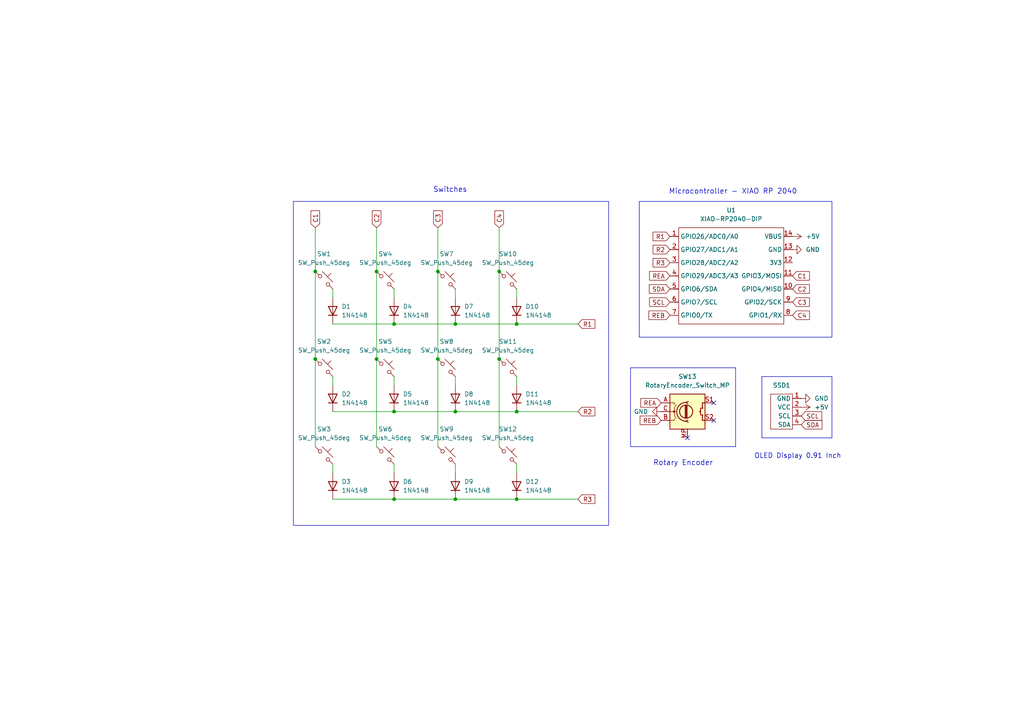
<source format=kicad_sch>
(kicad_sch (version 20250114) (generator "eeschema") (generator_version "9.0")
  (paper "A4")
  (title_block (title "Hackclub Raster") (date "2025-12-14") (rev "1") (comment 1 "it also has a rotary encoder and a 0.91 inch OLED screen") (comment 2 "it has 12 keys in a 4x3 setup") (comment 3 "This model is called Raster") (comment 4 "This is my Hackpad"))
  (lib_symbols
    (symbol "Device:RotaryEncoder_Switch_MP" (pin_names (offset 0.254) (hide yes))
      (property "Reference" "SW" (at 0 8.89 0))
      (property "Value" "RotaryEncoder_Switch_MP" (at 0 6.35 0))
      (symbol "RotaryEncoder_Switch_MP_0_1"
        (rectangle (start -5.08 5.08) (end 5.08 -5.08) (stroke (width 0.254)) (fill (type background)))
        (polyline (pts (xy -5.08 2.54) (xy -3.81 2.54) (xy -3.81 2.032)))
        (polyline (pts (xy -5.08 0) (xy -3.81 0) (xy -3.81 -1.016) (xy -3.302 -2.032)))
        (polyline (pts (xy -5.08 -2.54) (xy -3.81 -2.54) (xy -3.81 -2.032)))
        (polyline (pts (xy -4.318 0) (xy -3.81 0) (xy -3.81 1.016) (xy -3.302 2.032)))
        (circle (center -3.81 0) (radius 0.254) (fill (type outline)))
        (polyline (pts (xy -0.635 -1.778) (xy -0.635 1.778)) (stroke (width 0.254)))
        (circle (center -0.381 0) (radius 1.905) (stroke (width 0.254)))
        (polyline (pts (xy -0.381 -1.778) (xy -0.381 1.778)) (stroke (width 0.254)))
        (arc (start -0.381 -2.794) (mid -3.0988 -0.0635) (end -0.381 2.667) (stroke (width 0.254)))
        (polyline (pts (xy -0.127 1.778) (xy -0.127 -1.778)) (stroke (width 0.254)))
        (polyline (pts (xy 0.254 2.921) (xy -0.508 2.667) (xy 0.127 2.286)) (stroke (width 0.254)))
        (polyline (pts (xy 0.254 -3.048) (xy -0.508 -2.794) (xy 0.127 -2.413)) (stroke (width 0.254)))
        (polyline (pts (xy 3.81 1.016) (xy 3.81 -1.016)) (stroke (width 0.254)))
        (polyline (pts (xy 3.81 0) (xy 3.429 0)) (stroke (width 0.254)))
        (circle (center 4.318 1.016) (radius 0.127) (stroke (width 0.254)))
        (circle (center 4.318 -1.016) (radius 0.127) (stroke (width 0.254)))
        (polyline (pts (xy 5.08 2.54) (xy 4.318 2.54) (xy 4.318 1.016)) (stroke (width 0.254)))
        (polyline (pts (xy 5.08 -2.54) (xy 4.318 -2.54) (xy 4.318 -1.016)) (stroke (width 0.254)))
      )
      (symbol "RotaryEncoder_Switch_MP_1_1"
        (pin passive line (at -7.62 2.54 0) (length 2.54) (name "A") (number "A"))
        (pin passive line (at -7.62 0 0) (length 2.54) (name "C") (number "C"))
        (pin passive line (at -7.62 -2.54 0) (length 2.54) (name "B") (number "B"))
        (pin passive line (at 0 -7.62 90) (length 2.54) (name "MP") (number "MP"))
        (pin passive line (at 7.62 2.54 180) (length 2.54) (name "S1") (number "S1"))
        (pin passive line (at 7.62 -2.54 180) (length 2.54) (name "S2") (number "S2"))
      )
    )
    (symbol "Diode:1N4148" (pin_numbers (hide yes)) (pin_names (hide yes))
      (property "Reference" "D" (at 0 2.54 0))
      (property "Value" "1N4148" (at 0 -2.54 0))
      (symbol "1N4148_0_1"
        (polyline (pts (xy -1.27 1.27) (xy -1.27 -1.27)) (stroke (width 0.254)))
        (polyline (pts (xy 1.27 1.27) (xy 1.27 -1.27) (xy -1.27 0) (xy 1.27 1.27)) (stroke (width 0.254)))
        (polyline (pts (xy 1.27 0) (xy -1.27 0)))
      )
      (symbol "1N4148_1_1"
        (pin passive line (at -3.81 0 0) (length 2.54) (name "K") (number "1"))
        (pin passive line (at 3.81 0 180) (length 2.54) (name "A") (number "2"))
      )
    )
    (symbol "SSD-1306-0.91inch OLED:SSD_1306"
      (property "Reference" "SSD1306" (at 3.556 1.524 0))
      (symbol "SSD_1306_0_1"
        (rectangle (start 0 0) (end 6.35 -10.16))
      )
      (symbol "SSD_1306_1_1"
        (pin input line (at 8.89 -1.27 180) (length 2.54) (name "GND") (number "1"))
        (pin input line (at 8.89 -3.81 180) (length 2.54) (name "VCC") (number "2"))
        (pin input line (at 8.89 -6.35 180) (length 2.54) (name "SCL") (number "3"))
        (pin input line (at 8.89 -8.89 180) (length 2.54) (name "SDA") (number "4"))
      )
    )
    (symbol "Seeed_Studio_XIAO_series:XIAO-RP2040-DIP"
      (property "Reference" "U" (at 0 0 0))
      (property "Value" "XIAO-RP2040-DIP" (at 5.334 -1.778 0))
      (symbol "XIAO-RP2040-DIP_1_0"
        (polyline (pts (xy -1.27 -2.54) (xy 29.21 -2.54)) (stroke (width 0.1524)))
        (polyline (pts (xy -1.27 -5.08) (xy -2.54 -5.08)) (stroke (width 0.1524)))
        (polyline (pts (xy -1.27 -5.08) (xy -1.27 -2.54)) (stroke (width 0.1524)))
        (polyline (pts (xy -1.27 -8.89) (xy -2.54 -8.89)) (stroke (width 0.1524)))
        (polyline (pts (xy -1.27 -8.89) (xy -1.27 -5.08)) (stroke (width 0.1524)))
        (polyline (pts (xy -1.27 -12.7) (xy -2.54 -12.7)) (stroke (width 0.1524)))
        (polyline (pts (xy -1.27 -12.7) (xy -1.27 -8.89)) (stroke (width 0.1524)))
        (polyline (pts (xy -1.27 -16.51) (xy -2.54 -16.51)) (stroke (width 0.1524)))
        (polyline (pts (xy -1.27 -16.51) (xy -1.27 -12.7)) (stroke (width 0.1524)))
        (polyline (pts (xy -1.27 -20.32) (xy -2.54 -20.32)) (stroke (width 0.1524)))
        (polyline (pts (xy -1.27 -24.13) (xy -2.54 -24.13)) (stroke (width 0.1524)))
        (polyline (pts (xy -1.27 -27.94) (xy -2.54 -27.94)) (stroke (width 0.1524)))
        (polyline (pts (xy -1.27 -30.48) (xy -1.27 -16.51)) (stroke (width 0.1524)))
        (polyline (pts (xy 29.21 -2.54) (xy 29.21 -5.08)) (stroke (width 0.1524)))
        (polyline (pts (xy 29.21 -5.08) (xy 29.21 -8.89)) (stroke (width 0.1524)))
        (polyline (pts (xy 29.21 -8.89) (xy 29.21 -12.7)) (stroke (width 0.1524)))
        (polyline (pts (xy 29.21 -12.7) (xy 29.21 -30.48)) (stroke (width 0.1524)))
        (polyline (pts (xy 29.21 -30.48) (xy -1.27 -30.48)) (stroke (width 0.1524)))
        (polyline (pts (xy 30.48 -5.08) (xy 29.21 -5.08)) (stroke (width 0.1524)))
        (polyline (pts (xy 30.48 -8.89) (xy 29.21 -8.89)) (stroke (width 0.1524)))
        (polyline (pts (xy 30.48 -12.7) (xy 29.21 -12.7)) (stroke (width 0.1524)))
        (polyline (pts (xy 30.48 -16.51) (xy 29.21 -16.51)) (stroke (width 0.1524)))
        (polyline (pts (xy 30.48 -20.32) (xy 29.21 -20.32)) (stroke (width 0.1524)))
        (polyline (pts (xy 30.48 -24.13) (xy 29.21 -24.13)) (stroke (width 0.1524)))
        (polyline (pts (xy 30.48 -27.94) (xy 29.21 -27.94)) (stroke (width 0.1524)))
        (pin passive line (at -3.81 -5.08 0) (length 2.54) (name "GPIO26/ADC0/A0") (number "1"))
        (pin passive line (at -3.81 -8.89 0) (length 2.54) (name "GPIO27/ADC1/A1") (number "2"))
        (pin passive line (at -3.81 -12.7 0) (length 2.54) (name "GPIO28/ADC2/A2") (number "3"))
        (pin passive line (at -3.81 -16.51 0) (length 2.54) (name "GPIO29/ADC3/A3") (number "4"))
        (pin passive line (at -3.81 -20.32 0) (length 2.54) (name "GPIO6/SDA") (number "5"))
        (pin passive line (at -3.81 -24.13 0) (length 2.54) (name "GPIO7/SCL") (number "6"))
        (pin passive line (at -3.81 -27.94 0) (length 2.54) (name "GPIO0/TX") (number "7"))
        (pin passive line (at 31.75 -5.08 180) (length 2.54) (name "VBUS") (number "14"))
        (pin passive line (at 31.75 -8.89 180) (length 2.54) (name "GND") (number "13"))
        (pin passive line (at 31.75 -12.7 180) (length 2.54) (name "3V3") (number "12"))
        (pin passive line (at 31.75 -16.51 180) (length 2.54) (name "GPIO3/MOSI") (number "11"))
        (pin passive line (at 31.75 -20.32 180) (length 2.54) (name "GPIO4/MISO") (number "10"))
        (pin passive line (at 31.75 -24.13 180) (length 2.54) (name "GPIO2/SCK") (number "9"))
        (pin passive line (at 31.75 -27.94 180) (length 2.54) (name "GPIO1/RX") (number "8"))
      )
    )
    (symbol "Switch:SW_Push_45deg" (pin_numbers (hide yes)) (pin_names (offset 1.016) (hide yes))
      (property "Reference" "SW" (at 3.048 1.016 0))
      (property "Value" "SW_Push_45deg" (at 0 -3.81 0))
      (symbol "SW_Push_45deg_0_1"
        (polyline (pts (xy -2.54 2.54) (xy -1.524 1.524) (xy -1.524 1.524)))
        (circle (center -1.1684 1.1684) (radius 0.508))
        (polyline (pts (xy -0.508 2.54) (xy 2.54 -0.508)))
        (polyline (pts (xy 1.016 1.016) (xy 2.032 2.032)))
        (circle (center 1.143 -1.1938) (radius 0.508))
        (polyline (pts (xy 1.524 -1.524) (xy 2.54 -2.54) (xy 2.54 -2.54) (xy 2.54 -2.54)))
        (pin passive line (at -2.54 2.54 0) (length 0) (name "1") (number "1"))
        (pin passive line (at 2.54 -2.54 180) (length 0) (name "2") (number "2"))
      )
    )
    (symbol "power:+5V" (power) (pin_numbers (hide yes)) (pin_names (offset 0) (hide yes))
      (property "Value" "+5V" (at 0 3.556 0))
      (symbol "+5V_0_1"
        (polyline (pts (xy -0.762 1.27) (xy 0 2.54)))
        (polyline (pts (xy 0 2.54) (xy 0.762 1.27)))
        (polyline (pts (xy 0 0) (xy 0 2.54)))
      )
      (symbol "+5V_1_1"
        (pin power_in line (at 0 0 90) (length 0) (name "~") (number "1"))
      )
    )
    (symbol "power:GND" (power) (pin_numbers (hide yes)) (pin_names (offset 0) (hide yes))
      (property "Value" "GND" (at 0 -3.81 0))
      (symbol "GND_0_1"
        (polyline (pts (xy 0 0) (xy 0 -1.27) (xy 1.27 -1.27) (xy 0 -2.54) (xy -1.27 -1.27) (xy 0 -1.27)))
      )
      (symbol "GND_1_1"
        (pin power_in line (at 0 0 270) (length 0) (name "~") (number "1"))
      )
    )
  )
  (rectangle (start 85.09 58.42) (end 176.53 152.4))
  (rectangle (start 182.88 106.68) (end 213.36 129.54))
  (rectangle (start 220.98 109.22) (end 241.3 127))
  (rectangle (start 185.42 58.42) (end 241.3 97.79))
  (text "Switches" (at 130.556 55.118 0) (effects (font (size 1.5 1.5))))
  (text "OLED Display 0.91 Inch" (at 231.394 132.334 0) (effects (font (size 1.4 1.4))))
  (text "Microcontroller - XIAO RP 2040" (at 212.598 55.626 0) (effects (font (size 1.5 1.5))))
  (text "Rotary Encoder" (at 198.12 134.366 0) (effects (font (size 1.5 1.5))))
  (junction (at 132.08 93.98))
  (junction (at 149.86 93.98))
  (junction (at 132.08 144.78))
  (junction (at 114.3 93.98))
  (junction (at 114.3 119.38))
  (junction (at 91.44 78.74))
  (junction (at 109.22 104.14))
  (junction (at 144.78 104.14))
  (junction (at 91.44 104.14))
  (junction (at 127 78.74))
  (junction (at 144.78 78.74))
  (junction (at 127 104.14))
  (junction (at 109.22 78.74))
  (junction (at 149.86 144.78))
  (junction (at 132.08 119.38))
  (junction (at 149.86 119.38))
  (junction (at 114.3 144.78))
  (no_connect (at 207.01 121.92))
  (no_connect (at 207.01 116.84))
  (no_connect (at 199.39 127))
  (wire (pts (xy 149.86 83.82) (xy 149.86 86.36)))
  (wire (pts (xy 114.3 134.62) (xy 114.3 137.16)))
  (wire (pts (xy 109.22 78.74) (xy 109.22 104.14)))
  (wire (pts (xy 109.22 104.14) (xy 109.22 129.54)))
  (wire (pts (xy 96.52 134.62) (xy 96.52 137.16)))
  (wire (pts (xy 91.44 66.04) (xy 91.44 78.74)))
  (wire (pts (xy 149.86 144.78) (xy 167.64 144.78)))
  (wire (pts (xy 127 104.14) (xy 127 129.54)))
  (wire (pts (xy 144.78 78.74) (xy 144.78 104.14)))
  (wire (pts (xy 149.86 119.38) (xy 167.64 119.38)))
  (wire (pts (xy 127 66.04) (xy 127 78.74)))
  (wire (pts (xy 149.86 134.62) (xy 149.86 137.16)))
  (wire (pts (xy 144.78 66.04) (xy 144.78 78.74)))
  (wire (pts (xy 96.52 83.82) (xy 96.52 86.36)))
  (wire (pts (xy 91.44 78.74) (xy 91.44 104.14)))
  (wire (pts (xy 114.3 93.98) (xy 132.08 93.98)))
  (wire (pts (xy 96.52 144.78) (xy 114.3 144.78)))
  (wire (pts (xy 132.08 119.38) (xy 149.86 119.38)))
  (wire (pts (xy 114.3 83.82) (xy 114.3 86.36)))
  (wire (pts (xy 114.3 144.78) (xy 132.08 144.78)))
  (wire (pts (xy 114.3 119.38) (xy 132.08 119.38)))
  (wire (pts (xy 132.08 93.98) (xy 149.86 93.98)))
  (wire (pts (xy 132.08 109.22) (xy 132.08 111.76)))
  (wire (pts (xy 127 78.74) (xy 127 104.14)))
  (wire (pts (xy 96.52 93.98) (xy 114.3 93.98)))
  (wire (pts (xy 149.86 109.22) (xy 149.86 111.76)))
  (wire (pts (xy 149.86 93.98) (xy 167.64 93.98)))
  (wire (pts (xy 91.44 104.14) (xy 91.44 129.54)))
  (wire (pts (xy 96.52 109.22) (xy 96.52 111.76)))
  (wire (pts (xy 132.08 83.82) (xy 132.08 86.36)))
  (wire (pts (xy 114.3 109.22) (xy 114.3 111.76)))
  (wire (pts (xy 132.08 134.62) (xy 132.08 137.16)))
  (wire (pts (xy 132.08 144.78) (xy 149.86 144.78)))
  (wire (pts (xy 109.22 66.04) (xy 109.22 78.74)))
  (wire (pts (xy 96.52 119.38) (xy 114.3 119.38)))
  (wire (pts (xy 144.78 104.14) (xy 144.78 129.54)))
  (global_label "REB" (shape input) (at 191.77 121.92 180) (property "Intersheetrefs" "${INTERSHEET_REFS}" (effects (hide yes))))
  (global_label "C4" (shape input) (at 144.78 66.04 90) (property "Intersheetrefs" "${INTERSHEET_REFS}" (effects (hide yes))))
  (global_label "R3" (shape input) (at 194.31 76.2 180) (property "Intersheetrefs" "${INTERSHEET_REFS}" (effects (hide yes))))
  (global_label "SCL" (shape input) (at 232.41 120.65 0) (property "Intersheetrefs" "${INTERSHEET_REFS}" (effects (hide yes))))
  (global_label "C3" (shape input) (at 229.87 87.63 0) (property "Intersheetrefs" "${INTERSHEET_REFS}" (effects (hide yes))))
  (global_label "C1" (shape input) (at 229.87 80.01 0) (property "Intersheetrefs" "${INTERSHEET_REFS}" (effects (hide yes))))
  (global_label "R3" (shape input) (at 167.64 144.78 0) (property "Intersheetrefs" "${INTERSHEET_REFS}" (effects (hide yes))))
  (global_label "SDA" (shape input) (at 232.41 123.19 0) (property "Intersheetrefs" "${INTERSHEET_REFS}" (effects (hide yes))))
  (global_label "C4" (shape input) (at 229.87 91.44 0) (property "Intersheetrefs" "${INTERSHEET_REFS}" (effects (hide yes))))
  (global_label "REA" (shape input) (at 194.31 80.01 180) (property "Intersheetrefs" "${INTERSHEET_REFS}" (effects (hide yes))))
  (global_label "R1" (shape input) (at 194.31 68.58 180) (property "Intersheetrefs" "${INTERSHEET_REFS}" (effects (hide yes))))
  (global_label "R2" (shape input) (at 194.31 72.39 180) (property "Intersheetrefs" "${INTERSHEET_REFS}" (effects (hide yes))))
  (global_label "SDA" (shape input) (at 194.31 83.82 180) (property "Intersheetrefs" "${INTERSHEET_REFS}" (effects (hide yes))))
  (global_label "C1" (shape input) (at 91.44 66.04 90) (property "Intersheetrefs" "${INTERSHEET_REFS}" (effects (hide yes))))
  (global_label "REA" (shape input) (at 191.77 116.84 180) (property "Intersheetrefs" "${INTERSHEET_REFS}" (effects (hide yes))))
  (global_label "REB" (shape input) (at 194.31 91.44 180) (property "Intersheetrefs" "${INTERSHEET_REFS}" (effects (hide yes))))
  (global_label "C2" (shape input) (at 229.87 83.82 0) (property "Intersheetrefs" "${INTERSHEET_REFS}" (effects (hide yes))))
  (global_label "C2" (shape input) (at 109.22 66.04 90) (property "Intersheetrefs" "${INTERSHEET_REFS}" (effects (hide yes))))
  (global_label "R2" (shape input) (at 167.64 119.38 0) (property "Intersheetrefs" "${INTERSHEET_REFS}" (effects (hide yes))))
  (global_label "C3" (shape input) (at 127 66.04 90) (property "Intersheetrefs" "${INTERSHEET_REFS}" (effects (hide yes))))
  (global_label "R1" (shape input) (at 167.64 93.98 0) (property "Intersheetrefs" "${INTERSHEET_REFS}" (effects (hide yes))))
  (global_label "SCL" (shape input) (at 194.31 87.63 180) (property "Intersheetrefs" "${INTERSHEET_REFS}" (effects (hide yes))))
  (symbol (lib_id "Diode:1N4148") (at 114.3 140.97 90) (unit 1)
    (property "Reference" "D6" (at 116.84 139.6999 90) (effects (justify right)))
    (property "Value" "1N4148" (at 116.84 142.2399 90) (effects (justify right)))
    (property "Footprint" "Diode_THT:D_DO-35_SOD27_P7.62mm_Horizontal" (effects (hide yes)))
    (property "Datasheet" "https://assets.nexperia.com/documents/data-sheet/1N4148_1N4448.pdf" (effects (hide yes)))
    (property "Description" "100V 0.15A standard switching diode, DO-35" (effects (hide yes)))
    (property "Sim.Device" "D" (effects (hide yes)))
    (property "Sim.Pins" "1=K 2=A" (effects (hide yes)))
  )
  (symbol (lib_id "Switch:SW_Push_45deg") (at 147.32 132.08 0) (unit 1)
    (property "Reference" "SW12" (at 147.32 124.46 0))
    (property "Value" "SW_Push_45deg" (at 147.32 127 0))
    (property "Footprint" "Button_Switch_Keyboard:SW_Cherry_MX_1.00u_PCB" (effects (hide yes)))
    (property "Description" "Push button switch, normally open, two pins, 45° tilted" (effects (hide yes)))
  )
  (symbol (lib_id "Diode:1N4148") (at 132.08 115.57 90) (unit 1)
    (property "Reference" "D8" (at 134.62 114.2999 90) (effects (justify right)))
    (property "Value" "1N4148" (at 134.62 116.8399 90) (effects (justify right)))
    (property "Footprint" "Diode_THT:D_DO-35_SOD27_P7.62mm_Horizontal" (effects (hide yes)))
    (property "Datasheet" "https://assets.nexperia.com/documents/data-sheet/1N4148_1N4448.pdf" (effects (hide yes)))
    (property "Description" "100V 0.15A standard switching diode, DO-35" (effects (hide yes)))
    (property "Sim.Device" "D" (effects (hide yes)))
    (property "Sim.Pins" "1=K 2=A" (effects (hide yes)))
  )
  (symbol (lib_id "power:+5V") (at 229.87 68.58 270) (unit 1)
    (property "Reference" "#PWR01" (effects (hide yes)))
    (property "Value" "+5V" (at 233.68 68.5799 90) (effects (justify left)))
    (property "Description" "Power symbol creates a global label with name \"+5V\"" (effects (hide yes)))
  )
  (symbol (lib_id "SSD-1306-0.91inch OLED:SSD_1306") (at 223.52 114.3 0) (unit 1)
    (property "Reference" "SSD1" (at 226.695 111.76 0))
    (property "Footprint" "SSD1306-0.91-OLED-4pin-128x32:SSD1306-0.91-OLED-4pin-128x32" (effects (hide yes)))
    (property "Datasheet" "https://www.lcdwiki.com/0.91inch_IIC_OLED_Module_SSD1306_SKU:MC091GX" (effects (hide yes)))
    (property "Description" "Hackclub Oled Screen" (effects (hide yes)))
  )
  (symbol (lib_id "Switch:SW_Push_45deg") (at 111.76 132.08 0) (unit 1)
    (property "Reference" "SW6" (at 111.76 124.46 0))
    (property "Value" "SW_Push_45deg" (at 111.76 127 0))
    (property "Footprint" "Button_Switch_Keyboard:SW_Cherry_MX_1.00u_PCB" (effects (hide yes)))
    (property "Description" "Push button switch, normally open, two pins, 45° tilted" (effects (hide yes)))
  )
  (symbol (lib_id "Diode:1N4148") (at 96.52 115.57 90) (unit 1)
    (property "Reference" "D2" (at 99.06 114.2999 90) (effects (justify right)))
    (property "Value" "1N4148" (at 99.06 116.8399 90) (effects (justify right)))
    (property "Footprint" "Diode_THT:D_DO-35_SOD27_P7.62mm_Horizontal" (effects (hide yes)))
    (property "Datasheet" "https://assets.nexperia.com/documents/data-sheet/1N4148_1N4448.pdf" (effects (hide yes)))
    (property "Description" "100V 0.15A standard switching diode, DO-35" (effects (hide yes)))
    (property "Sim.Device" "D" (effects (hide yes)))
    (property "Sim.Pins" "1=K 2=A" (effects (hide yes)))
  )
  (symbol (lib_id "Diode:1N4148") (at 149.86 90.17 90) (unit 1)
    (property "Reference" "D10" (at 152.4 88.8999 90) (effects (justify right)))
    (property "Value" "1N4148" (at 152.4 91.4399 90) (effects (justify right)))
    (property "Footprint" "Diode_THT:D_DO-35_SOD27_P7.62mm_Horizontal" (effects (hide yes)))
    (property "Datasheet" "https://assets.nexperia.com/documents/data-sheet/1N4148_1N4448.pdf" (effects (hide yes)))
    (property "Description" "100V 0.15A standard switching diode, DO-35" (effects (hide yes)))
    (property "Sim.Device" "D" (effects (hide yes)))
    (property "Sim.Pins" "1=K 2=A" (effects (hide yes)))
  )
  (symbol (lib_id "power:GND") (at 229.87 72.39 90) (unit 1)
    (property "Reference" "#PWR02" (effects (hide yes)))
    (property "Value" "GND" (at 233.68 72.3899 90) (effects (justify right)))
    (property "Description" "Power symbol creates a global label with name \"GND\" , ground" (effects (hide yes)))
  )
  (symbol (lib_id "Diode:1N4148") (at 114.3 115.57 90) (unit 1)
    (property "Reference" "D5" (at 116.84 114.2999 90) (effects (justify right)))
    (property "Value" "1N4148" (at 116.84 116.8399 90) (effects (justify right)))
    (property "Footprint" "Diode_THT:D_DO-35_SOD27_P7.62mm_Horizontal" (effects (hide yes)))
    (property "Datasheet" "https://assets.nexperia.com/documents/data-sheet/1N4148_1N4448.pdf" (effects (hide yes)))
    (property "Description" "100V 0.15A standard switching diode, DO-35" (effects (hide yes)))
    (property "Sim.Device" "D" (effects (hide yes)))
    (property "Sim.Pins" "1=K 2=A" (effects (hide yes)))
  )
  (symbol (lib_id "Diode:1N4148") (at 114.3 90.17 90) (unit 1)
    (property "Reference" "D4" (at 116.84 88.8999 90) (effects (justify right)))
    (property "Value" "1N4148" (at 116.84 91.4399 90) (effects (justify right)))
    (property "Footprint" "Diode_THT:D_DO-35_SOD27_P7.62mm_Horizontal" (effects (hide yes)))
    (property "Datasheet" "https://assets.nexperia.com/documents/data-sheet/1N4148_1N4448.pdf" (effects (hide yes)))
    (property "Description" "100V 0.15A standard switching diode, DO-35" (effects (hide yes)))
    (property "Sim.Device" "D" (effects (hide yes)))
    (property "Sim.Pins" "1=K 2=A" (effects (hide yes)))
  )
  (symbol (lib_id "Switch:SW_Push_45deg") (at 111.76 106.68 0) (unit 1)
    (property "Reference" "SW5" (at 111.76 99.06 0))
    (property "Value" "SW_Push_45deg" (at 111.76 101.6 0))
    (property "Footprint" "Button_Switch_Keyboard:SW_Cherry_MX_1.00u_PCB" (effects (hide yes)))
    (property "Description" "Push button switch, normally open, two pins, 45° tilted" (effects (hide yes)))
  )
  (symbol (lib_id "Switch:SW_Push_45deg") (at 147.32 81.28 0) (unit 1)
    (property "Reference" "SW10" (at 147.32 73.66 0))
    (property "Value" "SW_Push_45deg" (at 147.32 76.2 0))
    (property "Footprint" "Button_Switch_Keyboard:SW_Cherry_MX_1.00u_PCB" (effects (hide yes)))
    (property "Description" "Push button switch, normally open, two pins, 45° tilted" (effects (hide yes)))
  )
  (symbol (lib_id "power:+5V") (at 232.41 118.11 270) (unit 1)
    (property "Reference" "#PWR04" (effects (hide yes)))
    (property "Value" "+5V" (at 236.22 118.1099 90) (effects (justify left)))
    (property "Description" "Power symbol creates a global label with name \"+5V\"" (effects (hide yes)))
  )
  (symbol (lib_id "Device:RotaryEncoder_Switch_MP") (at 199.39 119.38 0) (unit 1)
    (property "Reference" "SW13" (at 199.39 109.22 0))
    (property "Value" "RotaryEncoder_Switch_MP" (at 199.39 111.76 0))
    (property "Footprint" "Rotary_Encoder:RotaryEncoder_Alps_EC11E-Switch_Vertical_H20mm" (effects (hide yes)))
    (property "Description" "Rotary encoder, dual channel, incremental quadrate outputs, with switch and MP Pin" (effects (hide yes)))
  )
  (symbol (lib_id "Switch:SW_Push_45deg") (at 129.54 106.68 0) (unit 1)
    (property "Reference" "SW8" (at 129.54 99.06 0))
    (property "Value" "SW_Push_45deg" (at 129.54 101.6 0))
    (property "Footprint" "Button_Switch_Keyboard:SW_Cherry_MX_1.00u_PCB" (effects (hide yes)))
    (property "Description" "Push button switch, normally open, two pins, 45° tilted" (effects (hide yes)))
  )
  (symbol (lib_id "Switch:SW_Push_45deg") (at 111.76 81.28 0) (unit 1)
    (property "Reference" "SW4" (at 111.76 73.66 0))
    (property "Value" "SW_Push_45deg" (at 111.76 76.2 0))
    (property "Footprint" "Button_Switch_Keyboard:SW_Cherry_MX_1.00u_PCB" (effects (hide yes)))
    (property "Description" "Push button switch, normally open, two pins, 45° tilted" (effects (hide yes)))
  )
  (symbol (lib_id "Switch:SW_Push_45deg") (at 93.98 106.68 0) (unit 1)
    (property "Reference" "SW2" (at 93.98 99.06 0))
    (property "Value" "SW_Push_45deg" (at 93.98 101.6 0))
    (property "Footprint" "Button_Switch_Keyboard:SW_Cherry_MX_1.00u_PCB" (effects (hide yes)))
    (property "Description" "Push button switch, normally open, two pins, 45° tilted" (effects (hide yes)))
  )
  (symbol (lib_id "Switch:SW_Push_45deg") (at 93.98 132.08 0) (unit 1)
    (property "Reference" "SW3" (at 93.98 124.46 0))
    (property "Value" "SW_Push_45deg" (at 93.98 127 0))
    (property "Footprint" "Button_Switch_Keyboard:SW_Cherry_MX_1.00u_PCB" (effects (hide yes)))
    (property "Description" "Push button switch, normally open, two pins, 45° tilted" (effects (hide yes)))
  )
  (symbol (lib_id "Switch:SW_Push_45deg") (at 129.54 81.28 0) (unit 1)
    (property "Reference" "SW7" (at 129.54 73.66 0))
    (property "Value" "SW_Push_45deg" (at 129.54 76.2 0))
    (property "Footprint" "Button_Switch_Keyboard:SW_Cherry_MX_1.00u_PCB" (effects (hide yes)))
    (property "Description" "Push button switch, normally open, two pins, 45° tilted" (effects (hide yes)))
  )
  (symbol (lib_id "Diode:1N4148") (at 96.52 140.97 90) (unit 1)
    (property "Reference" "D3" (at 99.06 139.6999 90) (effects (justify right)))
    (property "Value" "1N4148" (at 99.06 142.2399 90) (effects (justify right)))
    (property "Footprint" "Diode_THT:D_DO-35_SOD27_P7.62mm_Horizontal" (effects (hide yes)))
    (property "Datasheet" "https://assets.nexperia.com/documents/data-sheet/1N4148_1N4448.pdf" (effects (hide yes)))
    (property "Description" "100V 0.15A standard switching diode, DO-35" (effects (hide yes)))
    (property "Sim.Device" "D" (effects (hide yes)))
    (property "Sim.Pins" "1=K 2=A" (effects (hide yes)))
  )
  (symbol (lib_id "Diode:1N4148") (at 132.08 140.97 90) (unit 1)
    (property "Reference" "D9" (at 134.62 139.6999 90) (effects (justify right)))
    (property "Value" "1N4148" (at 134.62 142.2399 90) (effects (justify right)))
    (property "Footprint" "Diode_THT:D_DO-35_SOD27_P7.62mm_Horizontal" (effects (hide yes)))
    (property "Datasheet" "https://assets.nexperia.com/documents/data-sheet/1N4148_1N4448.pdf" (effects (hide yes)))
    (property "Description" "100V 0.15A standard switching diode, DO-35" (effects (hide yes)))
    (property "Sim.Device" "D" (effects (hide yes)))
    (property "Sim.Pins" "1=K 2=A" (effects (hide yes)))
  )
  (symbol (lib_id "Diode:1N4148") (at 149.86 140.97 90) (unit 1)
    (property "Reference" "D12" (at 152.4 139.6999 90) (effects (justify right)))
    (property "Value" "1N4148" (at 152.4 142.2399 90) (effects (justify right)))
    (property "Footprint" "Diode_THT:D_DO-35_SOD27_P7.62mm_Horizontal" (effects (hide yes)))
    (property "Datasheet" "https://assets.nexperia.com/documents/data-sheet/1N4148_1N4448.pdf" (effects (hide yes)))
    (property "Description" "100V 0.15A standard switching diode, DO-35" (effects (hide yes)))
    (property "Sim.Device" "D" (effects (hide yes)))
    (property "Sim.Pins" "1=K 2=A" (effects (hide yes)))
  )
  (symbol (lib_id "Switch:SW_Push_45deg") (at 147.32 106.68 0) (unit 1)
    (property "Reference" "SW11" (at 147.32 99.06 0))
    (property "Value" "SW_Push_45deg" (at 147.32 101.6 0))
    (property "Footprint" "Button_Switch_Keyboard:SW_Cherry_MX_1.00u_PCB" (effects (hide yes)))
    (property "Description" "Push button switch, normally open, two pins, 45° tilted" (effects (hide yes)))
  )
  (symbol (lib_id "power:GND") (at 191.77 119.38 270) (unit 1)
    (property "Reference" "#PWR05" (effects (hide yes)))
    (property "Value" "GND" (at 187.96 119.3799 90) (effects (justify right)))
    (property "Description" "Power symbol creates a global label with name \"GND\" , ground" (effects (hide yes)))
  )
  (symbol (lib_id "Switch:SW_Push_45deg") (at 129.54 132.08 0) (unit 1)
    (property "Reference" "SW9" (at 129.54 124.46 0))
    (property "Value" "SW_Push_45deg" (at 129.54 127 0))
    (property "Footprint" "Button_Switch_Keyboard:SW_Cherry_MX_1.00u_PCB" (effects (hide yes)))
    (property "Description" "Push button switch, normally open, two pins, 45° tilted" (effects (hide yes)))
  )
  (symbol (lib_id "power:GND") (at 232.41 115.57 90) (unit 1)
    (property "Reference" "#PWR03" (effects (hide yes)))
    (property "Value" "GND" (at 236.22 115.5699 90) (effects (justify right)))
    (property "Description" "Power symbol creates a global label with name \"GND\" , ground" (effects (hide yes)))
  )
  (symbol (lib_id "Seeed_Studio_XIAO_series:XIAO-RP2040-DIP") (at 198.12 63.5 0) (unit 1)
    (property "Reference" "U1" (at 212.09 60.96 0))
    (property "Value" "XIAO-RP2040-DIP" (at 212.09 63.5 0))
    (property "Footprint" "XIAO-RP2040-DIP:XIAO-RP2040-DIP" (effects (hide yes)))
  )
  (symbol (lib_id "Diode:1N4148") (at 149.86 115.57 90) (unit 1)
    (property "Reference" "D11" (at 152.4 114.2999 90) (effects (justify right)))
    (property "Value" "1N4148" (at 152.4 116.8399 90) (effects (justify right)))
    (property "Footprint" "Diode_THT:D_DO-35_SOD27_P7.62mm_Horizontal" (effects (hide yes)))
    (property "Datasheet" "https://assets.nexperia.com/documents/data-sheet/1N4148_1N4448.pdf" (effects (hide yes)))
    (property "Description" "100V 0.15A standard switching diode, DO-35" (effects (hide yes)))
    (property "Sim.Device" "D" (effects (hide yes)))
    (property "Sim.Pins" "1=K 2=A" (effects (hide yes)))
  )
  (symbol (lib_id "Switch:SW_Push_45deg") (at 93.98 81.28 0) (unit 1)
    (property "Reference" "SW1" (at 93.98 73.66 0))
    (property "Value" "SW_Push_45deg" (at 93.98 76.2 0))
    (property "Footprint" "Button_Switch_Keyboard:SW_Cherry_MX_1.00u_PCB" (effects (hide yes)))
    (property "Description" "Push button switch, normally open, two pins, 45° tilted" (effects (hide yes)))
  )
  (symbol (lib_id "Diode:1N4148") (at 132.08 90.17 90) (unit 1)
    (property "Reference" "D7" (at 134.62 88.8999 90) (effects (justify right)))
    (property "Value" "1N4148" (at 134.62 91.4399 90) (effects (justify right)))
    (property "Footprint" "Diode_THT:D_DO-35_SOD27_P7.62mm_Horizontal" (effects (hide yes)))
    (property "Datasheet" "https://assets.nexperia.com/documents/data-sheet/1N4148_1N4448.pdf" (effects (hide yes)))
    (property "Description" "100V 0.15A standard switching diode, DO-35" (effects (hide yes)))
    (property "Sim.Device" "D" (effects (hide yes)))
    (property "Sim.Pins" "1=K 2=A" (effects (hide yes)))
  )
  (symbol (lib_id "Diode:1N4148") (at 96.52 90.17 90) (unit 1)
    (property "Reference" "D1" (at 99.06 88.8999 90) (effects (justify right)))
    (property "Value" "1N4148" (at 99.06 91.4399 90) (effects (justify right)))
    (property "Footprint" "Diode_THT:D_DO-35_SOD27_P7.62mm_Horizontal" (effects (hide yes)))
    (property "Datasheet" "https://assets.nexperia.com/documents/data-sheet/1N4148_1N4448.pdf" (effects (hide yes)))
    (property "Description" "100V 0.15A standard switching diode, DO-35" (effects (hide yes)))
    (property "Sim.Device" "D" (effects (hide yes)))
    (property "Sim.Pins" "1=K 2=A" (effects (hide yes)))
  )
)
</source>
